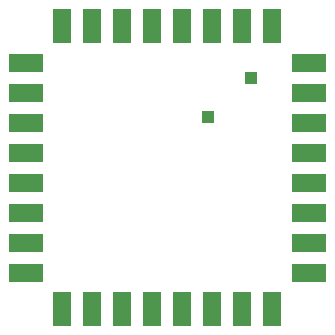
<source format=gbs>
G04 #@! TF.GenerationSoftware,KiCad,Pcbnew,(6.0.5)*
G04 #@! TF.CreationDate,2022-08-03T23:35:42+05:30*
G04 #@! TF.ProjectId,picofusion,7069636f-6675-4736-996f-6e2e6b696361,rev?*
G04 #@! TF.SameCoordinates,Original*
G04 #@! TF.FileFunction,Soldermask,Bot*
G04 #@! TF.FilePolarity,Negative*
%FSLAX46Y46*%
G04 Gerber Fmt 4.6, Leading zero omitted, Abs format (unit mm)*
G04 Created by KiCad (PCBNEW (6.0.5)) date 2022-08-03 23:35:42*
%MOMM*%
%LPD*%
G01*
G04 APERTURE LIST*
%ADD10C,1.350000*%
%ADD11R,1.600000X3.000000*%
%ADD12O,1.350000X1.350000*%
%ADD13R,3.000000X1.600000*%
%ADD14R,1.000000X1.000000*%
G04 APERTURE END LIST*
D10*
G04 #@! TO.C,J4*
X151110000Y-52750000D03*
D11*
X151110000Y-52000000D03*
D10*
X151110000Y-51250000D03*
D11*
X153650000Y-52000000D03*
D12*
X153650000Y-52750000D03*
X153650000Y-51250000D03*
X156190000Y-51226000D03*
X156190000Y-52726000D03*
D11*
X156190000Y-51976000D03*
D12*
X158730000Y-51250000D03*
X158730000Y-52750000D03*
D11*
X158730000Y-52000000D03*
D12*
X161270000Y-51250000D03*
D11*
X161270000Y-52000000D03*
D12*
X161270000Y-52750000D03*
D11*
X163810000Y-52000000D03*
D12*
X163810000Y-51250000D03*
X163810000Y-52750000D03*
X166350000Y-52750000D03*
D11*
X166350000Y-52000000D03*
D12*
X166350000Y-51250000D03*
X168890000Y-52750000D03*
X168890000Y-51250000D03*
D11*
X168890000Y-52000000D03*
G04 #@! TD*
D10*
G04 #@! TO.C,J2*
X171250000Y-31110000D03*
X172750000Y-31110000D03*
D13*
X172000000Y-31110000D03*
X172000000Y-33650000D03*
D12*
X172750000Y-33650000D03*
X171250000Y-33650000D03*
X172774000Y-36190000D03*
X171274000Y-36190000D03*
D13*
X172024000Y-36190000D03*
D12*
X172750000Y-38730000D03*
X171250000Y-38730000D03*
D13*
X172000000Y-38730000D03*
D12*
X172750000Y-41270000D03*
X171250000Y-41270000D03*
D13*
X172000000Y-41270000D03*
D12*
X172750000Y-43810000D03*
D13*
X172000000Y-43810000D03*
D12*
X171250000Y-43810000D03*
D13*
X172000000Y-46350000D03*
D12*
X172750000Y-46350000D03*
X171250000Y-46350000D03*
D13*
X172000000Y-48890000D03*
D12*
X172750000Y-48890000D03*
X171250000Y-48890000D03*
G04 #@! TD*
D13*
G04 #@! TO.C,J3*
X148000000Y-31110000D03*
D10*
X147250000Y-31110000D03*
X148750000Y-31110000D03*
D12*
X147250000Y-33650000D03*
D13*
X148000000Y-33650000D03*
D12*
X148750000Y-33650000D03*
X148774000Y-36190000D03*
X147274000Y-36190000D03*
D13*
X148024000Y-36190000D03*
D12*
X147250000Y-38730000D03*
X148750000Y-38730000D03*
D13*
X148000000Y-38730000D03*
X148000000Y-41270000D03*
D12*
X148750000Y-41270000D03*
X147250000Y-41270000D03*
D13*
X148000000Y-43810000D03*
D12*
X148750000Y-43810000D03*
X147250000Y-43810000D03*
X147250000Y-46350000D03*
X148750000Y-46350000D03*
D13*
X148000000Y-46350000D03*
X148000000Y-48890000D03*
D12*
X147250000Y-48890000D03*
X148750000Y-48890000D03*
G04 #@! TD*
D10*
G04 #@! TO.C,J1*
X151110000Y-27250000D03*
X151110000Y-28750000D03*
D11*
X151110000Y-28000000D03*
D12*
X153650000Y-28750000D03*
D11*
X153650000Y-28000000D03*
D12*
X153650000Y-27250000D03*
X156190000Y-27226000D03*
D11*
X156190000Y-27976000D03*
D12*
X156190000Y-28726000D03*
X158730000Y-27250000D03*
X158730000Y-28750000D03*
D11*
X158730000Y-28000000D03*
X161270000Y-28000000D03*
D12*
X161270000Y-27250000D03*
X161270000Y-28750000D03*
X163810000Y-28750000D03*
X163810000Y-27250000D03*
D11*
X163810000Y-28000000D03*
X166350000Y-28000000D03*
D12*
X166350000Y-28750000D03*
X166350000Y-27250000D03*
X168890000Y-27250000D03*
D11*
X168890000Y-28000000D03*
D12*
X168890000Y-28750000D03*
G04 #@! TD*
D14*
G04 #@! TO.C,TP1*
X163400000Y-35700000D03*
G04 #@! TD*
G04 #@! TO.C,3V3*
X167100000Y-32400000D03*
G04 #@! TD*
M02*

</source>
